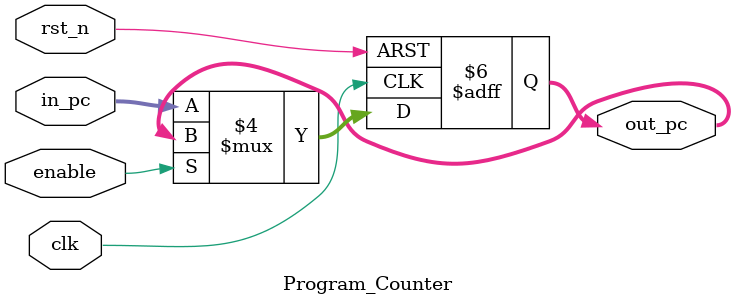
<source format=v>
module Program_Counter(
	
	input	wire			clk , rst_n ,
	input	wire	[31:0]	in_pc ,
	input	wire			enable ,
	
	output	reg		[31:0]	out_pc 

);

always@(posedge clk or negedge rst_n)	
begin 
	if(!rst_n) begin
		out_pc <= 0 ;
	end else if (!enable) begin
		out_pc <= in_pc ;
	end
end

endmodule 
</source>
